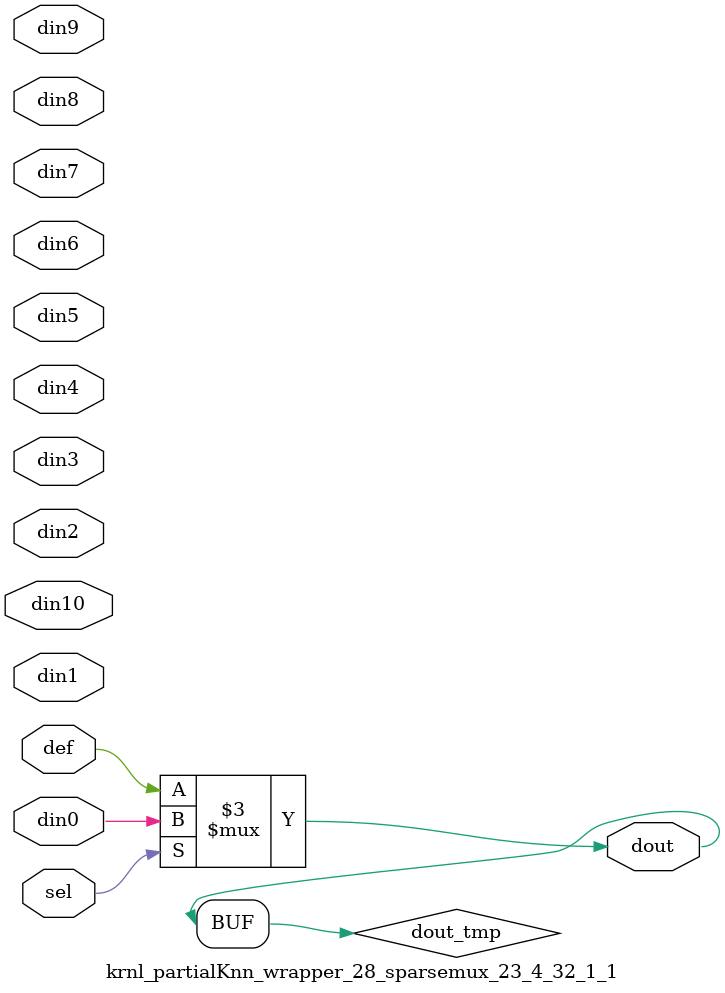
<source format=v>
`timescale 1ns / 1ps

module krnl_partialKnn_wrapper_28_sparsemux_23_4_32_1_1 (din0,din1,din2,din3,din4,din5,din6,din7,din8,din9,din10,def,sel,dout);

parameter din0_WIDTH = 1;

parameter din1_WIDTH = 1;

parameter din2_WIDTH = 1;

parameter din3_WIDTH = 1;

parameter din4_WIDTH = 1;

parameter din5_WIDTH = 1;

parameter din6_WIDTH = 1;

parameter din7_WIDTH = 1;

parameter din8_WIDTH = 1;

parameter din9_WIDTH = 1;

parameter din10_WIDTH = 1;

parameter def_WIDTH = 1;
parameter sel_WIDTH = 1;
parameter dout_WIDTH = 1;

parameter [sel_WIDTH-1:0] CASE0 = 1;

parameter [sel_WIDTH-1:0] CASE1 = 1;

parameter [sel_WIDTH-1:0] CASE2 = 1;

parameter [sel_WIDTH-1:0] CASE3 = 1;

parameter [sel_WIDTH-1:0] CASE4 = 1;

parameter [sel_WIDTH-1:0] CASE5 = 1;

parameter [sel_WIDTH-1:0] CASE6 = 1;

parameter [sel_WIDTH-1:0] CASE7 = 1;

parameter [sel_WIDTH-1:0] CASE8 = 1;

parameter [sel_WIDTH-1:0] CASE9 = 1;

parameter [sel_WIDTH-1:0] CASE10 = 1;

parameter ID = 1;
parameter NUM_STAGE = 1;



input [din0_WIDTH-1:0] din0;

input [din1_WIDTH-1:0] din1;

input [din2_WIDTH-1:0] din2;

input [din3_WIDTH-1:0] din3;

input [din4_WIDTH-1:0] din4;

input [din5_WIDTH-1:0] din5;

input [din6_WIDTH-1:0] din6;

input [din7_WIDTH-1:0] din7;

input [din8_WIDTH-1:0] din8;

input [din9_WIDTH-1:0] din9;

input [din10_WIDTH-1:0] din10;

input [def_WIDTH-1:0] def;
input [sel_WIDTH-1:0] sel;

output [dout_WIDTH-1:0] dout;



reg [dout_WIDTH-1:0] dout_tmp;

always @ (*) begin
case (sel)
    
    CASE0 : dout_tmp = din0;
    
    CASE1 : dout_tmp = din1;
    
    CASE2 : dout_tmp = din2;
    
    CASE3 : dout_tmp = din3;
    
    CASE4 : dout_tmp = din4;
    
    CASE5 : dout_tmp = din5;
    
    CASE6 : dout_tmp = din6;
    
    CASE7 : dout_tmp = din7;
    
    CASE8 : dout_tmp = din8;
    
    CASE9 : dout_tmp = din9;
    
    CASE10 : dout_tmp = din10;
    
    default : dout_tmp = def;
endcase
end


assign dout = dout_tmp;



endmodule

</source>
